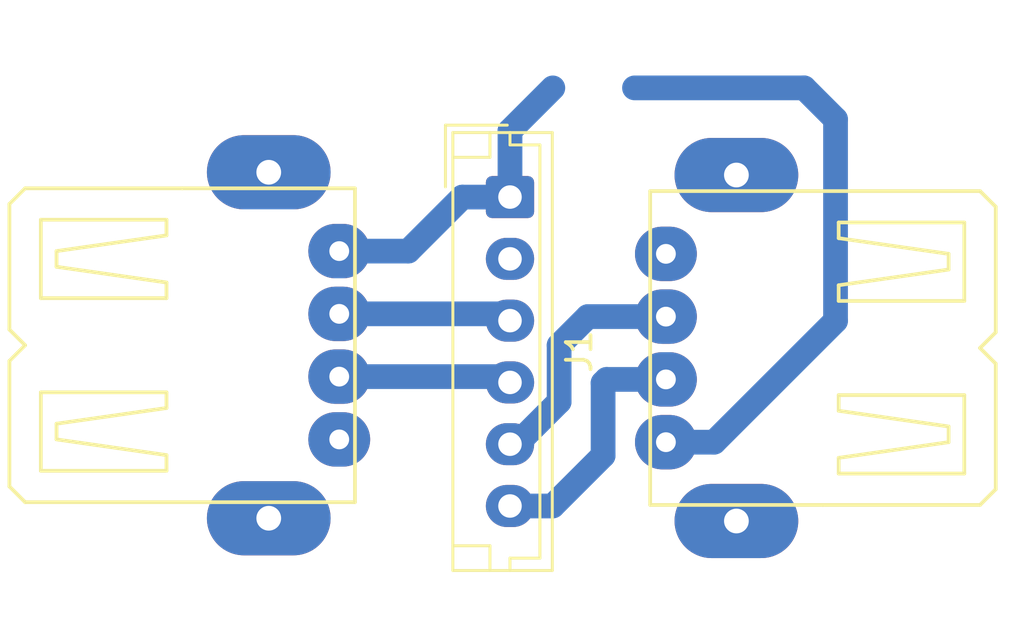
<source format=kicad_pcb>
(kicad_pcb (version 20211014) (generator pcbnew)
  (layers (0 "F.Cu" signal) (31 "B.Cu" signal) (34 "B.Paste" user) (35 "F.Paste" user) (36 "B.SilkS" user "B.Silkscreen") (37 "F.SilkS" user "F.Silkscreen") (38 "B.Mask" user) (39 "F.Mask" user) (44 "Edge.Cuts" user))
  (net 0 "")
  (net 1 "VCC")
  (net 2 "GND")
  (net 3 "A")
  (net 4 "B")
  (net 5 "C")
  (net 6 "D")
  (footprint "modfiles:Connector_USB" (layer "F.Cu") (at 108.966 77.216 90)
    (fp_text reference "J3" hide)
    (fp_text value "Conn_01x04_Female" hide)
    (fp_line (start 0.635 -6.985) (end 0 -6.35) (layer "F.SilkS") (width 0.15))
    (fp_line (start -2.54 -0.635) (end -3.175 -5.08) (layer "F.SilkS") (width 0.15))
    (fp_line (start 1.905 -0.635) (end 1.905 -5.715) (layer "F.SilkS") (width 0.15))
    (fp_line (start -4.445 -0.635) (end -5.08 -0.635) (layer "F.SilkS") (width 0.15))
    (fp_line (start 0.635 -6.985) (end 5.715 -6.985) (layer "F.SilkS") (width 0.15))
    (fp_line (start 1.905 -5.715) (end 5.08 -5.715) (layer "F.SilkS") (width 0.15))
    (fp_line (start -6.35 6.985) (end -6.35 -6.35) (layer "F.SilkS") (width 0.15))
    (fp_line (start 3.175 -5.08) (end 2.54 -0.635) (layer "F.SilkS") (width 0.15))
    (fp_line (start -1.905 -5.715) (end -1.905 -0.635) (layer "F.SilkS") (width 0.15))
    (fp_line (start -5.08 -5.715) (end -1.905 -5.715) (layer "F.SilkS") (width 0.15))
    (fp_line (start 6.35 -6.35) (end 5.715 -6.985) (layer "F.SilkS") (width 0.15))
    (fp_line (start 0 -6.35) (end -0.635 -6.985) (layer "F.SilkS") (width 0.15))
    (fp_line (start 4.445 -0.635) (end 3.81 -5.08) (layer "F.SilkS") (width 0.15))
    (fp_line (start -6.35 -6.35) (end -5.715 -6.985) (layer "F.SilkS") (width 0.15))
    (fp_line (start 3.81 -5.08) (end 3.175 -5.08) (layer "F.SilkS") (width 0.15))
    (fp_line (start 2.54 -0.635) (end 1.905 -0.635) (layer "F.SilkS") (width 0.15))
    (fp_line (start -1.905 -0.635) (end -2.54 -0.635) (layer "F.SilkS") (width 0.15))
    (fp_line (start 6.35 6.985) (end -6.35 6.985) (layer "F.SilkS") (width 0.15))
    (fp_line (start 5.08 -0.635) (end 4.445 -0.635) (layer "F.SilkS") (width 0.15))
    (fp_line (start -5.715 -6.985) (end -0.635 -6.985) (layer "F.SilkS") (width 0.15))
    (fp_line (start -5.08 -0.635) (end -5.08 -5.715) (layer "F.SilkS") (width 0.15))
    (fp_line (start -3.175 -5.08) (end -3.81 -5.08) (layer "F.SilkS") (width 0.15))
    (fp_line (start 5.08 -5.715) (end 5.08 -0.635) (layer "F.SilkS") (width 0.15))
    (fp_line (start 6.35 -6.35) (end 6.35 0) (layer "F.SilkS") (width 0.15))
    (fp_line (start 6.35 0) (end 6.35 6.985) (layer "F.SilkS") (width 0.15))
    (fp_line (start -3.81 -5.08) (end -4.445 -0.635) (layer "F.SilkS") (width 0.15))
    (pad "1" thru_hole oval locked (at 3.81 6.35 90) (size 2.2 2.5) (drill 0.8) (layers *.Cu *.Mask) (net 1 "VCC"))
    (pad "2" thru_hole oval locked (at 1.27 6.35 90) (size 2.2 2.5) (drill 0.8) (layers *.Cu *.Mask) (net 3 "A"))
    (pad "3" thru_hole oval locked (at -1.27 6.35 90) (size 2.2 2.5) (drill 0.8) (layers *.Cu *.Mask) (net 4 "B"))
    (pad "4" thru_hole oval locked (at -3.81 6.35 90) (size 2.2 2.5) (drill 0.8) (layers *.Cu *.Mask) (net 2 "GND"))
    (pad "5" thru_hole oval locked (at 7 3.5 90) (size 3 5) (drill 1) (layers *.Cu *.Mask))
    (pad "5" thru_hole oval locked (at -7 3.5 90) (size 3 5) (drill 1) (layers *.Cu *.Mask))
  )
  (footprint "modfiles:Connector_USB" (layer "F.Cu") (at 134.874 77.328 -90)
    (fp_text reference "J2" hide)
    (fp_text value "Conn_01x04_Female" hide)
    (fp_line (start -4.445 -0.635) (end -5.08 -0.635) (layer "F.SilkS") (width 0.15))
    (fp_line (start 0.635 -6.985) (end 0 -6.35) (layer "F.SilkS") (width 0.15))
    (fp_line (start 6.35 6.985) (end -6.35 6.985) (layer "F.SilkS") (width 0.15))
    (fp_line (start -5.08 -5.715) (end -1.905 -5.715) (layer "F.SilkS") (width 0.15))
    (fp_line (start -1.905 -0.635) (end -2.54 -0.635) (layer "F.SilkS") (width 0.15))
    (fp_line (start 6.35 -6.35) (end 5.715 -6.985) (layer "F.SilkS") (width 0.15))
    (fp_line (start 5.08 -0.635) (end 4.445 -0.635) (layer "F.SilkS") (width 0.15))
    (fp_line (start 3.175 -5.08) (end 2.54 -0.635) (layer "F.SilkS") (width 0.15))
    (fp_line (start 6.35 -6.35) (end 6.35 0) (layer "F.SilkS") (width 0.15))
    (fp_line (start 1.905 -5.715) (end 5.08 -5.715) (layer "F.SilkS") (width 0.15))
    (fp_line (start 0.635 -6.985) (end 5.715 -6.985) (layer "F.SilkS") (width 0.15))
    (fp_line (start 1.905 -0.635) (end 1.905 -5.715) (layer "F.SilkS") (width 0.15))
    (fp_line (start -6.35 -6.35) (end -5.715 -6.985) (layer "F.SilkS") (width 0.15))
    (fp_line (start -5.715 -6.985) (end -0.635 -6.985) (layer "F.SilkS") (width 0.15))
    (fp_line (start 5.08 -5.715) (end 5.08 -0.635) (layer "F.SilkS") (width 0.15))
    (fp_line (start 6.35 0) (end 6.35 6.985) (layer "F.SilkS") (width 0.15))
    (fp_line (start -6.35 6.985) (end -6.35 -6.35) (layer "F.SilkS") (width 0.15))
    (fp_line (start -2.54 -0.635) (end -3.175 -5.08) (layer "F.SilkS") (width 0.15))
    (fp_line (start -3.175 -5.08) (end -3.81 -5.08) (layer "F.SilkS") (width 0.15))
    (fp_line (start 0 -6.35) (end -0.635 -6.985) (layer "F.SilkS") (width 0.15))
    (fp_line (start 2.54 -0.635) (end 1.905 -0.635) (layer "F.SilkS") (width 0.15))
    (fp_line (start -3.81 -5.08) (end -4.445 -0.635) (layer "F.SilkS") (width 0.15))
    (fp_line (start 4.445 -0.635) (end 3.81 -5.08) (layer "F.SilkS") (width 0.15))
    (fp_line (start 3.81 -5.08) (end 3.175 -5.08) (layer "F.SilkS") (width 0.15))
    (fp_line (start -1.905 -5.715) (end -1.905 -0.635) (layer "F.SilkS") (width 0.15))
    (fp_line (start -5.08 -0.635) (end -5.08 -5.715) (layer "F.SilkS") (width 0.15))
    (pad "1" thru_hole oval locked (at 3.81 6.35 270) (size 2.2 2.5) (drill 0.8) (layers *.Cu *.Mask) (net 1 "VCC"))
    (pad "2" thru_hole oval locked (at 1.27 6.35 270) (size 2.2 2.5) (drill 0.8) (layers *.Cu *.Mask) (net 5 "C"))
    (pad "3" thru_hole oval locked (at -1.27 6.35 270) (size 2.2 2.5) (drill 0.8) (layers *.Cu *.Mask) (net 6 "D"))
    (pad "4" thru_hole oval locked (at -3.81 6.35 270) (size 2.2 2.5) (drill 0.8) (layers *.Cu *.Mask) (net 2 "GND"))
    (pad "5" thru_hole oval locked (at 7 3.5 270) (size 3 5) (drill 1) (layers *.Cu *.Mask))
    (pad "5" thru_hole oval locked (at -7 3.5 270) (size 3 5) (drill 1) (layers *.Cu *.Mask))
  )
  (footprint "Connector_JST:JST_EH_B6B-EH-A_1x06_P2.50mm_Vertical" (layer "F.Cu") (at 122.22 71.22 -90)
    (fp_text reference "J1" (at 6.25 -2.8 90) (layer "F.SilkS"))
    (fp_text value "Conn_01x06_Female" hide)
    (fp_line (start 15.11 2.31) (end 15.11 -1.71) (layer "F.SilkS") (width 0.12))
    (fp_line (start 15.11 0.81) (end 14.11 0.81) (layer "F.SilkS") (width 0.12))
    (fp_line (start -1.61 0.81) (end -1.61 2.31) (layer "F.SilkS") (width 0.12))
    (fp_line (start -2.61 -1.71) (end -2.61 2.31) (layer "F.SilkS") (width 0.12))
    (fp_line (start 15.11 -1.71) (end -2.61 -1.71) (layer "F.SilkS") (width 0.12))
    (fp_line (start -2.91 0.11) (end -2.91 2.61) (layer "F.SilkS") (width 0.12))
    (fp_line (start -2.61 0) (end -2.11 0) (layer "F.SilkS") (width 0.12))
    (fp_line (start -2.61 0.81) (end -1.61 0.81) (layer "F.SilkS") (width 0.12))
    (fp_line (start 14.61 -1.21) (end 14.61 0) (layer "F.SilkS") (width 0.12))
    (fp_line (start -2.61 2.31) (end 15.11 2.31) (layer "F.SilkS") (width 0.12))
    (fp_line (start 14.11 0.81) (end 14.11 2.31) (layer "F.SilkS") (width 0.12))
    (fp_line (start 14.61 0) (end 15.11 0) (layer "F.SilkS") (width 0.12))
    (fp_line (start -2.91 2.61) (end -0.41 2.61) (layer "F.SilkS") (width 0.12))
    (fp_line (start -2.11 -1.21) (end 14.61 -1.21) (layer "F.SilkS") (width 0.12))
    (fp_line (start -2.11 0) (end -2.11 -1.21) (layer "F.SilkS") (width 0.12))
    (pad "1" thru_hole roundrect (at 0 0 270) (size 1.7 1.95) (drill 0.95) (layers *.Cu *.Mask) (roundrect_rratio 0.147059) (net 1 "VCC"))
    (pad "2" thru_hole oval (at 2.5 0 270) (size 1.7 1.95) (drill 0.95) (layers *.Cu *.Mask) (net 2 "GND"))
    (pad "3" thru_hole oval (at 5 0 270) (size 1.7 1.95) (drill 0.95) (layers *.Cu *.Mask) (net 3 "A"))
    (pad "4" thru_hole oval (at 7.5 0 270) (size 1.7 1.95) (drill 0.95) (layers *.Cu *.Mask) (net 4 "B"))
    (pad "5" thru_hole oval (at 10 0 270) (size 1.7 1.95) (drill 0.95) (layers *.Cu *.Mask) (net 6 "D"))
    (pad "6" thru_hole oval (at 12.5 0 270) (size 1.7 1.95) (drill 0.95) (layers *.Cu *.Mask) (net 5 "C"))
  )
  (segment (start 122.22 68.534) (end 123.952 66.802) (width 1) (layer "B.Cu") (net 1))
  (segment (start 128.524 81.138) (end 130.474 81.138) (width 1) (layer "B.Cu") (net 1))
  (segment (start 115.316 73.406) (end 118.11 73.406) (width 1) (layer "B.Cu") (net 1))
  (segment (start 130.474 81.138) (end 135.382 76.23) (width 1) (layer "B.Cu") (net 1))
  (segment (start 122.22 71.22) (end 122.22 68.534) (width 1) (layer "B.Cu") (net 1))
  (segment (start 135.382 68.072) (end 134.112 66.802) (width 1) (layer "B.Cu") (net 1))
  (segment (start 118.11 73.406) (end 120.296 71.22) (width 1) (layer "B.Cu") (net 1))
  (segment (start 135.382 76.23) (end 135.382 68.072) (width 1) (layer "B.Cu") (net 1))
  (segment (start 120.296 71.22) (end 122.22 71.22) (width 1) (layer "B.Cu") (net 1))
  (segment (start 134.112 66.802) (end 127.254 66.802) (width 1) (layer "B.Cu") (net 1))
  (segment (start 115.316 75.946) (end 121.946 75.946) (width 1) (layer "B.Cu") (net 3))
  (segment (start 121.946 75.946) (end 122.22 76.22) (width 1) (layer "B.Cu") (net 3))
  (segment (start 121.986 78.486) (end 122.22 78.72) (width 1) (layer "B.Cu") (net 4))
  (segment (start 115.316 78.486) (end 121.986 78.486) (width 1) (layer "B.Cu") (net 4))
  (segment (start 125.984 81.681) (end 125.984 78.74) (width 1) (layer "B.Cu") (net 5))
  (segment (start 125.984 78.74) (end 126.126 78.598) (width 1) (layer "B.Cu") (net 5))
  (segment (start 122.22 83.72) (end 123.945 83.72) (width 1) (layer "B.Cu") (net 5))
  (segment (start 123.945 83.72) (end 125.984 81.681) (width 1) (layer "B.Cu") (net 5))
  (segment (start 126.126 78.598) (end 128.524 78.598) (width 1) (layer "B.Cu") (net 5))
  (segment (start 122.488 81.22) (end 124.206 79.502) (width 1) (layer "B.Cu") (net 6))
  (segment (start 122.22 81.22) (end 122.488 81.22) (width 1) (layer "B.Cu") (net 6))
  (segment (start 124.206 77.216) (end 125.364 76.058) (width 1) (layer "B.Cu") (net 6))
  (segment (start 125.364 76.058) (end 128.524 76.058) (width 1) (layer "B.Cu") (net 6))
  (segment (start 124.206 79.502) (end 124.206 77.216) (width 1) (layer "B.Cu") (net 6))
)
</source>
